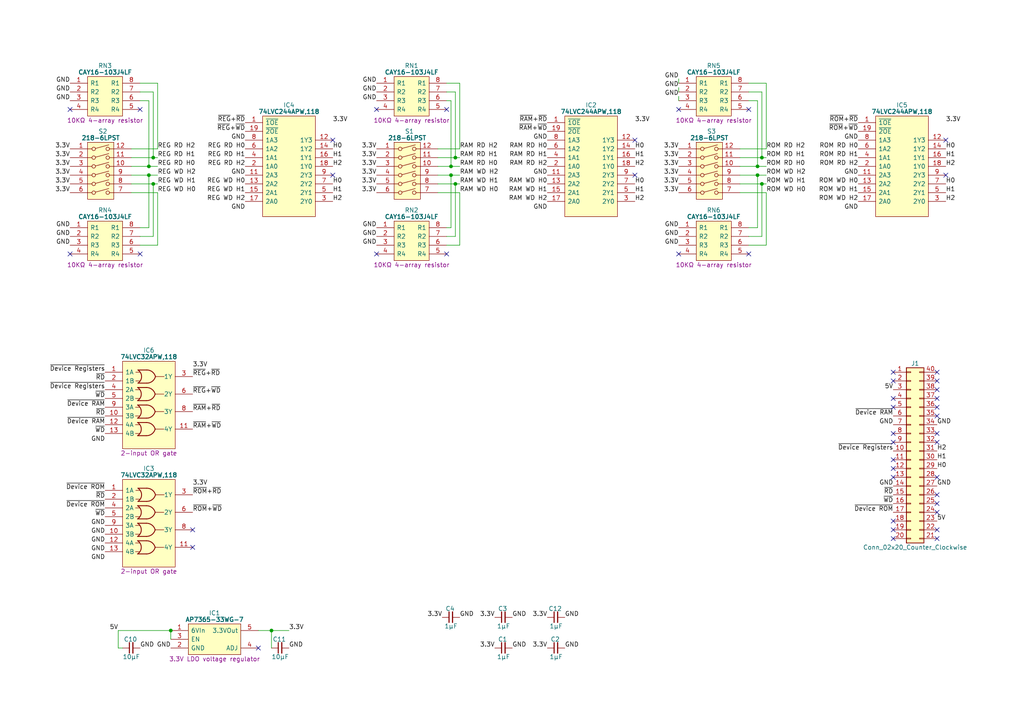
<source format=kicad_sch>
(kicad_sch (version 20231120) (generator "eeschema") (generator_version "8.0")
  (paper "A4")
  (title_block (title "Clock Hold Select") (date "2023-10-07") (rev "V0"))
  (lib_symbols
    (symbol "Bourns:CAY16-103J4LF" (pin_names (offset 0.762))
      (property "Reference" "RN" (at 10.16 5.08 0))
      (property "Value" "CAY16-103J4LF" (at 10.16 3.175 0))
      (property "Description" "10KΩ 4-array resistor" (at 10.16 -10.795 0))
      (symbol "CAY16-103J4LF_0_0"
        (pin passive line (at 0 0 0) (length 5.08) (name "R1") (number "1"))
        (pin passive line (at 0 -2.54 0) (length 5.08) (name "R2") (number "2"))
        (pin passive line (at 0 -5.08 0) (length 5.08) (name "R3") (number "3"))
        (pin passive line (at 0 -7.62 0) (length 5.08) (name "R4") (number "4"))
        (pin passive line (at 20.32 -7.62 180) (length 5.08) (name "R4") (number "5"))
        (pin passive line (at 20.32 -5.08 180) (length 5.08) (name "R3") (number "6"))
        (pin passive line (at 20.32 -2.54 180) (length 5.08) (name "R2") (number "7"))
        (pin passive line (at 20.32 0 180) (length 5.08) (name "R1") (number "8"))
      )
      (symbol "CAY16-103J4LF_0_1"
        (polyline (pts (xy 5.08 1.905) (xy 15.24 1.905) (xy 15.24 -9.525) (xy 5.08 -9.525) (xy 5.08 1.905)) (stroke (width 0.1524)) (fill (type background)))
      )
    )
    (symbol "CTS:218-6LPST" (pin_names (offset 0.762))
      (property "Reference" "S" (at 9.525 5.08 0))
      (property "Value" "218-6LPST" (at 8.89 3.175 0))
      (symbol "218-6LPST_0_0"
        (polyline (pts (xy 7.366 -12.5476) (xy 11.2522 -11.5062)))
        (polyline (pts (xy 7.366 -10.0076) (xy 11.2522 -8.9662)))
        (polyline (pts (xy 7.366 -7.493) (xy 11.2522 -6.4516)))
        (polyline (pts (xy 7.366 -4.953) (xy 11.2522 -3.9116)))
        (polyline (pts (xy 7.366 -2.413) (xy 11.2522 -1.3716)))
        (polyline (pts (xy 7.366 0.127) (xy 11.2522 1.1684)))
        (circle (center 6.858 -12.7) (radius 0.508))
        (circle (center 6.858 -10.16) (radius 0.508))
        (circle (center 6.858 -7.62) (radius 0.508))
        (circle (center 6.858 -5.08) (radius 0.508))
        (circle (center 6.858 -2.54) (radius 0.508))
        (circle (center 6.858 0) (radius 0.508))
        (circle (center 10.922 -12.7) (radius 0.508))
        (circle (center 10.922 -10.16) (radius 0.508))
        (circle (center 10.922 -7.62) (radius 0.508))
        (circle (center 10.922 -5.08) (radius 0.508))
        (circle (center 10.922 -2.54) (radius 0.508))
        (circle (center 10.922 0) (radius 0.508))
      )
      (symbol "218-6LPST_1_0"
        (pin passive line (at 0 0 0) (length 6.35) (name "") (number "1"))
        (pin passive line (at 17.78 -5.08 180) (length 6.35) (name "") (number "10"))
        (pin passive line (at 17.78 -2.54 180) (length 6.35) (name "") (number "11"))
        (pin passive line (at 17.78 0 180) (length 6.35) (name "") (number "12"))
        (pin passive line (at 0 -2.54 0) (length 6.35) (name "") (number "2"))
        (pin passive line (at 0 -5.08 0) (length 6.35) (name "") (number "3"))
        (pin passive line (at 0 -7.62 0) (length 6.35) (name "") (number "4"))
        (pin passive line (at 0 -10.16 0) (length 6.35) (name "") (number "5"))
        (pin passive line (at 0 -12.7 0) (length 6.35) (name "") (number "6"))
        (pin passive line (at 17.78 -12.7 180) (length 6.35) (name "") (number "7"))
        (pin passive line (at 17.78 -10.16 180) (length 6.35) (name "") (number "8"))
        (pin passive line (at 17.78 -7.62 180) (length 6.35) (name "") (number "9"))
      )
      (symbol "218-6LPST_1_1"
        (rectangle (start 5.08 1.905) (end 12.7 -14.605) (fill (type background)))
      )
    )
    (symbol "Connector_Generic:Conn_02x20_Counter_Clockwise" (pin_names (offset 1.016) hide)
      (property "Reference" "J" (at 1.27 25.4 0))
      (property "Value" "Conn_02x20_Counter_Clockwise" (at 1.27 -27.94 0))
      (symbol "Conn_02x20_Counter_Clockwise_1_1"
        (rectangle (start -1.27 -25.273) (end 0 -25.527) (stroke (width 0.1524)))
        (rectangle (start -1.27 -22.733) (end 0 -22.987) (stroke (width 0.1524)))
        (rectangle (start -1.27 -20.193) (end 0 -20.447) (stroke (width 0.1524)))
        (rectangle (start -1.27 -17.653) (end 0 -17.907) (stroke (width 0.1524)))
        (rectangle (start -1.27 -15.113) (end 0 -15.367) (stroke (width 0.1524)))
        (rectangle (start -1.27 -12.573) (end 0 -12.827) (stroke (width 0.1524)))
        (rectangle (start -1.27 -10.033) (end 0 -10.287) (stroke (width 0.1524)))
        (rectangle (start -1.27 -7.493) (end 0 -7.747) (stroke (width 0.1524)))
        (rectangle (start -1.27 -4.953) (end 0 -5.207) (stroke (width 0.1524)))
        (rectangle (start -1.27 -2.413) (end 0 -2.667) (stroke (width 0.1524)))
        (rectangle (start -1.27 0.127) (end 0 -0.127) (stroke (width 0.1524)))
        (rectangle (start -1.27 2.667) (end 0 2.413) (stroke (width 0.1524)))
        (rectangle (start -1.27 5.207) (end 0 4.953) (stroke (width 0.1524)))
        (rectangle (start -1.27 7.747) (end 0 7.493) (stroke (width 0.1524)))
        (rectangle (start -1.27 10.287) (end 0 10.033) (stroke (width 0.1524)))
        (rectangle (start -1.27 12.827) (end 0 12.573) (stroke (width 0.1524)))
        (rectangle (start -1.27 15.367) (end 0 15.113) (stroke (width 0.1524)))
        (rectangle (start -1.27 17.907) (end 0 17.653) (stroke (width 0.1524)))
        (rectangle (start -1.27 20.447) (end 0 20.193) (stroke (width 0.1524)))
        (rectangle (start -1.27 22.987) (end 0 22.733) (stroke (width 0.1524)))
        (rectangle (start -1.27 24.13) (end 3.81 -26.67) (stroke (width 0.254)) (fill (type background)))
        (rectangle (start 3.81 -25.273) (end 2.54 -25.527) (stroke (width 0.1524)))
        (rectangle (start 3.81 -22.733) (end 2.54 -22.987) (stroke (width 0.1524)))
        (rectangle (start 3.81 -20.193) (end 2.54 -20.447) (stroke (width 0.1524)))
        (rectangle (start 3.81 -17.653) (end 2.54 -17.907) (stroke (width 0.1524)))
        (rectangle (start 3.81 -15.113) (end 2.54 -15.367) (stroke (width 0.1524)))
        (rectangle (start 3.81 -12.573) (end 2.54 -12.827) (stroke (width 0.1524)))
        (rectangle (start 3.81 -10.033) (end 2.54 -10.287) (stroke (width 0.1524)))
        (rectangle (start 3.81 -7.493) (end 2.54 -7.747) (stroke (width 0.1524)))
        (rectangle (start 3.81 -4.953) (end 2.54 -5.207) (stroke (width 0.1524)))
        (rectangle (start 3.81 -2.413) (end 2.54 -2.667) (stroke (width 0.1524)))
        (rectangle (start 3.81 0.127) (end 2.54 -0.127) (stroke (width 0.1524)))
        (rectangle (start 3.81 2.667) (end 2.54 2.413) (stroke (width 0.1524)))
        (rectangle (start 3.81 5.207) (end 2.54 4.953) (stroke (width 0.1524)))
        (rectangle (start 3.81 7.747) (end 2.54 7.493) (stroke (width 0.1524)))
        (rectangle (start 3.81 10.287) (end 2.54 10.033) (stroke (width 0.1524)))
        (rectangle (start 3.81 12.827) (end 2.54 12.573) (stroke (width 0.1524)))
        (rectangle (start 3.81 15.367) (end 2.54 15.113) (stroke (width 0.1524)))
        (rectangle (start 3.81 17.907) (end 2.54 17.653) (stroke (width 0.1524)))
        (rectangle (start 3.81 20.447) (end 2.54 20.193) (stroke (width 0.1524)))
        (rectangle (start 3.81 22.987) (end 2.54 22.733) (stroke (width 0.1524)))
        (pin passive line (at -5.08 22.86 0) (length 3.81) (name "Pin_1") (number "1"))
        (pin passive line (at -5.08 0 0) (length 3.81) (name "Pin_10") (number "10"))
        (pin passive line (at -5.08 -2.54 0) (length 3.81) (name "Pin_11") (number "11"))
        (pin passive line (at -5.08 -5.08 0) (length 3.81) (name "Pin_12") (number "12"))
        (pin passive line (at -5.08 -7.62 0) (length 3.81) (name "Pin_13") (number "13"))
        (pin passive line (at -5.08 -10.16 0) (length 3.81) (name "Pin_14") (number "14"))
        (pin passive line (at -5.08 -12.7 0) (length 3.81) (name "Pin_15") (number "15"))
        (pin passive line (at -5.08 -15.24 0) (length 3.81) (name "Pin_16") (number "16"))
        (pin passive line (at -5.08 -17.78 0) (length 3.81) (name "Pin_17") (number "17"))
        (pin passive line (at -5.08 -20.32 0) (length 3.81) (name "Pin_18") (number "18"))
        (pin passive line (at -5.08 -22.86 0) (length 3.81) (name "Pin_19") (number "19"))
        (pin passive line (at -5.08 20.32 0) (length 3.81) (name "Pin_2") (number "2"))
        (pin passive line (at -5.08 -25.4 0) (length 3.81) (name "Pin_20") (number "20"))
        (pin passive line (at 7.62 -25.4 180) (length 3.81) (name "Pin_21") (number "21"))
        (pin passive line (at 7.62 -22.86 180) (length 3.81) (name "Pin_22") (number "22"))
        (pin passive line (at 7.62 -20.32 180) (length 3.81) (name "Pin_23") (number "23"))
        (pin passive line (at 7.62 -17.78 180) (length 3.81) (name "Pin_24") (number "24"))
        (pin passive line (at 7.62 -15.24 180) (length 3.81) (name "Pin_25") (number "25"))
        (pin passive line (at 7.62 -12.7 180) (length 3.81) (name "Pin_26") (number "26"))
        (pin passive line (at 7.62 -10.16 180) (length 3.81) (name "Pin_27") (number "27"))
        (pin passive line (at 7.62 -7.62 180) (length 3.81) (name "Pin_28") (number "28"))
        (pin passive line (at 7.62 -5.08 180) (length 3.81) (name "Pin_29") (number "29"))
        (pin passive line (at -5.08 17.78 0) (length 3.81) (name "Pin_3") (number "3"))
        (pin passive line (at 7.62 -2.54 180) (length 3.81) (name "Pin_30") (number "30"))
        (pin passive line (at 7.62 0 180) (length 3.81) (name "Pin_31") (number "31"))
        (pin passive line (at 7.62 2.54 180) (length 3.81) (name "Pin_32") (number "32"))
        (pin passive line (at 7.62 5.08 180) (length 3.81) (name "Pin_33") (number "33"))
        (pin passive line (at 7.62 7.62 180) (length 3.81) (name "Pin_34") (number "34"))
        (pin passive line (at 7.62 10.16 180) (length 3.81) (name "Pin_35") (number "35"))
        (pin passive line (at 7.62 12.7 180) (length 3.81) (name "Pin_36") (number "36"))
        (pin passive line (at 7.62 15.24 180) (length 3.81) (name "Pin_37") (number "37"))
        (pin passive line (at 7.62 17.78 180) (length 3.81) (name "Pin_38") (number "38"))
        (pin passive line (at 7.62 20.32 180) (length 3.81) (name "Pin_39") (number "39"))
        (pin passive line (at -5.08 15.24 0) (length 3.81) (name "Pin_4") (number "4"))
        (pin passive line (at 7.62 22.86 180) (length 3.81) (name "Pin_40") (number "40"))
        (pin passive line (at -5.08 12.7 0) (length 3.81) (name "Pin_5") (number "5"))
        (pin passive line (at -5.08 10.16 0) (length 3.81) (name "Pin_6") (number "6"))
        (pin passive line (at -5.08 7.62 0) (length 3.81) (name "Pin_7") (number "7"))
        (pin passive line (at -5.08 5.08 0) (length 3.81) (name "Pin_8") (number "8"))
        (pin passive line (at -5.08 2.54 0) (length 3.81) (name "Pin_9") (number "9"))
      )
    )
    (symbol "Diodes_Inc:AP7365-33WG-7" (pin_names (offset 0.762))
      (property "Reference" "IC" (at 12.7 5.08 0))
      (property "Value" "AP7365-33WG-7" (at 12.7 3.175 0))
      (property "Description" "3.3V LDO voltage regulator" (at 12.7 -8.255 0))
      (symbol "AP7365-33WG-7_0_0"
        (pin passive line (at 0 -5.08 0) (length 5.08) (name "GND") (number "2"))
        (pin input line (at 0 -2.54 0) (length 5.08) (name "EN") (number "3"))
        (pin passive line (at 25.4 -5.08 180) (length 5.08) (name "ADJ") (number "4"))
      )
      (symbol "AP7365-33WG-7_0_1"
        (polyline (pts (xy 5.08 1.905) (xy 20.32 1.905) (xy 20.32 -6.985) (xy 5.08 -6.985) (xy 5.08 1.905)) (fill (type background)))
      )
      (symbol "AP7365-33WG-7_1_0"
        (pin passive line (at 0 0 0) (length 5.08) (name "6VIn") (number "1"))
        (pin passive line (at 25.4 0 180) (length 5.08) (name "3.3VOut") (number "5"))
      )
    )
    (symbol "HCP65:C_0805" (pin_numbers hide) (pin_names (offset 0.254) hide)
      (property "Reference" "C" (at 2.286 2.54 0))
      (property "Value" "?μF" (at 2.54 -2.54 0))
      (symbol "C_0805_0_1"
        (polyline (pts (xy 1.9685 -1.4605) (xy 1.9685 1.5875)) (stroke (width 0.3048)))
        (polyline (pts (xy 2.9845 -1.4605) (xy 2.9845 1.5875)) (stroke (width 0.3302)))
      )
      (symbol "C_0805_1_1"
        (pin passive line (at 0 0 0) (length 2.032) (name "~") (number "1"))
        (pin passive line (at 5.08 0 180) (length 2.032) (name "~") (number "2"))
      )
    )
    (symbol "Nexperia:74LVC244APW,118" (pin_names (offset 0.762))
      (property "Reference" "IC" (at 12.7 5.08 0))
      (property "Value" "74LVC244APW,118" (at 12.7 3.175 0))
      (symbol "74LVC244APW,118_0_0"
        (pin input line (at 0 0 0) (length 5.08) (name "~{1OE}") (number "1"))
        (pin input line (at 0 -15.24 0) (length 5.08) (name "2A3") (number "11"))
        (pin tri_state line (at 25.4 -5.08 180) (length 5.08) (name "1Y3") (number "12"))
        (pin input line (at 0 -17.78 0) (length 5.08) (name "2A2") (number "13"))
        (pin tri_state line (at 25.4 -7.62 180) (length 5.08) (name "1Y2") (number "14"))
        (pin input line (at 0 -20.32 0) (length 5.08) (name "2A1") (number "15"))
        (pin tri_state line (at 25.4 -10.16 180) (length 5.08) (name "1Y1") (number "16"))
        (pin input line (at 0 -22.86 0) (length 5.08) (name "2A0") (number "17"))
        (pin tri_state line (at 25.4 -12.7 180) (length 5.08) (name "1Y0") (number "18"))
        (pin input line (at 0 -2.54 0) (length 5.08) (name "~{2OE}") (number "19"))
        (pin input line (at 0 -12.7 0) (length 5.08) (name "1A0") (number "2"))
        (pin tri_state line (at 25.4 -22.86 180) (length 5.08) (name "2Y0") (number "3"))
        (pin input line (at 0 -10.16 0) (length 5.08) (name "1A1") (number "4"))
        (pin tri_state line (at 25.4 -20.32 180) (length 5.08) (name "2Y1") (number "5"))
        (pin input line (at 0 -7.62 0) (length 5.08) (name "1A2") (number "6"))
        (pin tri_state line (at 25.4 -17.78 180) (length 5.08) (name "2Y2") (number "7"))
        (pin input line (at 0 -5.08 0) (length 5.08) (name "1A3") (number "8"))
        (pin tri_state line (at 25.4 -15.24 180) (length 5.08) (name "2Y3") (number "9"))
      )
      (symbol "74LVC244APW,118_0_1"
        (polyline (pts (xy 5.08 1.905) (xy 20.32 1.905) (xy 20.32 -27.305) (xy 5.08 -27.305) (xy 5.08 1.905)) (stroke (width 0.1524)) (fill (type background)))
      )
      (symbol "74LVC244APW,118_1_0"
        (pin passive line (at 0 -25.4 0) (length 5.08) hide (name "GND") (number "10"))
        (pin passive line (at 25.4 0 180) (length 5.08) hide (name "3V") (number "20"))
      )
    )
    (symbol "Nexperia:74LVC32APW,118" (pin_names (offset 0.762))
      (property "Reference" "IC" (at 12.7 6.35 0))
      (property "Value" "74LVC32APW,118" (at 12.7 4.445 0))
      (property "Description" "2-input OR gate" (at 12.7 -23.495 0))
      (symbol "74LVC32APW,118_0_0"
        (pin passive line (at 0 0 0) (length 5.08) (name "1A") (number "1"))
        (pin passive line (at 0 -12.7 0) (length 5.08) (name "3B") (number "10"))
        (pin passive line (at 25.4 -16.51 180) (length 5.08) (name "4Y") (number "11"))
        (pin passive line (at 0 -15.24 0) (length 5.08) (name "4A") (number "12"))
        (pin passive line (at 0 -17.78 0) (length 5.08) (name "4B") (number "13"))
        (pin passive line (at 25.4 1.27 180) (length 5.08) hide (name "3V") (number "14"))
        (pin passive line (at 0 -2.54 0) (length 5.08) (name "1B") (number "2"))
        (pin passive line (at 25.4 -1.27 180) (length 5.08) (name "1Y") (number "3"))
        (pin passive line (at 0 -5.08 0) (length 5.08) (name "2A") (number "4"))
        (pin passive line (at 0 -7.62 0) (length 5.08) (name "2B") (number "5"))
        (pin passive line (at 25.4 -6.35 180) (length 5.08) (name "2Y") (number "6"))
        (pin passive line (at 0 -20.32 0) (length 5.08) hide (name "GND") (number "7"))
        (pin passive line (at 25.4 -11.43 180) (length 5.08) (name "3Y") (number "8"))
        (pin passive line (at 0 -10.16 0) (length 5.08) (name "3A") (number "9"))
      )
      (symbol "74LVC32APW,118_0_1"
        (polyline (pts (xy 8.802 -17.78) (xy 10.0719 -17.78)))
        (polyline (pts (xy 8.802 -15.24) (xy 10.0719 -15.24)))
        (polyline (pts (xy 8.802 -12.7) (xy 10.0719 -12.7)))
        (polyline (pts (xy 8.802 -10.16) (xy 10.0719 -10.16)))
        (polyline (pts (xy 8.802 -7.62) (xy 10.0719 -7.62)))
        (polyline (pts (xy 8.802 -5.08) (xy 10.0719 -5.08)))
        (polyline (pts (xy 8.89 -2.54) (xy 10.1599 -2.54)))
        (polyline (pts (xy 8.89 0) (xy 10.1599 0)))
        (polyline (pts (xy 11.977 -18.415) (xy 9.437 -18.415)) (stroke (width 0.254)) (fill (type background)))
        (polyline (pts (xy 11.977 -14.605) (xy 9.437 -14.605)) (stroke (width 0.254)) (fill (type background)))
        (polyline (pts (xy 11.977 -13.335) (xy 9.437 -13.335)) (stroke (width 0.254)) (fill (type background)))
        (polyline (pts (xy 11.977 -9.525) (xy 9.437 -9.525)) (stroke (width 0.254)) (fill (type background)))
        (polyline (pts (xy 11.977 -8.255) (xy 9.437 -8.255)) (stroke (width 0.254)) (fill (type background)))
        (polyline (pts (xy 11.977 -4.445) (xy 9.437 -4.445)) (stroke (width 0.254)) (fill (type background)))
        (polyline (pts (xy 12.065 -3.175) (xy 9.525 -3.175)) (stroke (width 0.254)) (fill (type background)))
        (polyline (pts (xy 12.065 0.635) (xy 9.525 0.635)) (stroke (width 0.254)) (fill (type background)))
        (polyline (pts (xy 14.517 -16.51) (xy 17.057 -16.51)))
        (polyline (pts (xy 14.517 -11.43) (xy 17.057 -11.43)))
        (polyline (pts (xy 14.517 -6.35) (xy 17.057 -6.35)))
        (polyline (pts (xy 14.605 -1.27) (xy 17.145 -1.27)))
        (polyline (pts (xy 5.08 3.175) (xy 20.32 3.175) (xy 20.32 -22.225) (xy 5.08 -22.225) (xy 5.08 3.175)) (stroke (width 0.1524)) (fill (type background)))
        (arc (start 9.437 -18.415) (mid 10.4969 -16.51) (end 9.437 -14.605) (stroke (width 0.254)))
        (arc (start 9.437 -13.335) (mid 10.4969 -11.43) (end 9.437 -9.525) (stroke (width 0.254)))
        (arc (start 9.437 -8.255) (mid 10.4969 -6.35) (end 9.437 -4.445) (stroke (width 0.254)))
        (arc (start 9.525 -3.175) (mid 10.5848 -1.27) (end 9.525 0.635) (stroke (width 0.254)))
        (arc (start 11.977 -18.415) (mid 13.5751 -17.9001) (end 14.517 -16.51) (stroke (width 0.254)))
        (arc (start 11.977 -13.335) (mid 13.5751 -12.8201) (end 14.517 -11.43) (stroke (width 0.254)))
        (arc (start 11.977 -8.255) (mid 13.5751 -7.7401) (end 14.517 -6.35) (stroke (width 0.254)))
        (arc (start 12.065 -3.175) (mid 13.6633 -2.6602) (end 14.605 -1.27) (stroke (width 0.254)))
        (arc (start 14.517 -16.51) (mid 13.5761 -15.1187) (end 11.977 -14.605) (stroke (width 0.254)))
        (arc (start 14.517 -11.43) (mid 13.5761 -10.0387) (end 11.977 -9.525) (stroke (width 0.254)))
        (arc (start 14.517 -6.35) (mid 13.5761 -4.9587) (end 11.977 -4.445) (stroke (width 0.254)))
        (arc (start 14.605 -1.27) (mid 13.664 0.1212) (end 12.065 0.635) (stroke (width 0.254)))
      )
    )
  )
  (junction (at 219.71 48.26))
  (junction (at 130.81 48.26))
  (junction (at 49.53 182.88))
  (junction (at 132.08 45.72))
  (junction (at 130.81 50.8))
  (junction (at 219.71 50.8))
  (junction (at 220.98 53.34))
  (junction (at 220.98 45.72))
  (junction (at 44.45 45.72))
  (junction (at 43.18 50.8))
  (junction (at 44.45 53.34))
  (junction (at 132.08 53.34))
  (junction (at 78.74 182.88))
  (junction (at 43.18 48.26))
  (no_connect (at 259.08 135.89))
  (no_connect (at 259.08 110.49))
  (no_connect (at 271.78 156.21))
  (no_connect (at 271.78 143.51))
  (no_connect (at 259.08 151.13))
  (no_connect (at 271.78 148.59))
  (no_connect (at 55.88 153.67))
  (no_connect (at 274.32 50.8))
  (no_connect (at 271.78 113.03))
  (no_connect (at 74.93 187.96))
  (no_connect (at 271.78 120.65))
  (no_connect (at 217.17 73.66))
  (no_connect (at 109.22 73.66))
  (no_connect (at 271.78 118.11))
  (no_connect (at 129.54 73.66))
  (no_connect (at 129.54 31.75))
  (no_connect (at 217.17 31.75))
  (no_connect (at 259.08 107.95))
  (no_connect (at 196.85 73.66))
  (no_connect (at 109.22 31.75))
  (no_connect (at 96.52 40.64))
  (no_connect (at 259.08 156.21))
  (no_connect (at 55.88 158.75))
  (no_connect (at 40.64 73.66))
  (no_connect (at 259.08 115.57))
  (no_connect (at 271.78 125.73))
  (no_connect (at 20.32 73.66))
  (no_connect (at 259.08 118.11))
  (no_connect (at 271.78 110.49))
  (no_connect (at 259.08 138.43))
  (no_connect (at 259.08 125.73))
  (no_connect (at 259.08 133.35))
  (no_connect (at 271.78 138.43))
  (no_connect (at 196.85 31.75))
  (no_connect (at 259.08 153.67))
  (no_connect (at 40.64 31.75))
  (no_connect (at 271.78 146.05))
  (no_connect (at 20.32 31.75))
  (no_connect (at 184.15 50.8))
  (no_connect (at 96.52 50.8))
  (no_connect (at 271.78 115.57))
  (no_connect (at 259.08 128.27))
  (no_connect (at 271.78 153.67))
  (no_connect (at 271.78 107.95))
  (no_connect (at 271.78 128.27))
  (no_connect (at 274.32 40.64))
  (no_connect (at 184.15 40.64))
  (wire (pts (xy 40.64 24.13) (xy 45.72 24.13)))
  (wire (pts (xy 219.71 48.26) (xy 222.25 48.26)))
  (wire (pts (xy 132.08 45.72) (xy 133.35 45.72)))
  (wire (pts (xy 217.17 66.04) (xy 219.71 66.04)))
  (wire (pts (xy 43.18 29.21) (xy 43.18 48.26)))
  (wire (pts (xy 196.85 26.67) (xy 196.85 25.4)))
  (wire (pts (xy 38.1 55.88) (xy 45.72 55.88)))
  (wire (pts (xy 214.63 43.18) (xy 222.25 43.18)))
  (wire (pts (xy 38.1 53.34) (xy 44.45 53.34)))
  (wire (pts (xy 220.98 26.67) (xy 220.98 45.72)))
  (wire (pts (xy 40.64 71.12) (xy 45.72 71.12)))
  (wire (pts (xy 127 45.72) (xy 132.08 45.72)))
  (wire (pts (xy 127 53.34) (xy 132.08 53.34)))
  (wire (pts (xy 214.63 50.8) (xy 219.71 50.8)))
  (wire (pts (xy 45.72 55.88) (xy 45.72 71.12)))
  (wire (pts (xy 78.74 187.96) (xy 78.74 182.88)))
  (wire (pts (xy 219.71 50.8) (xy 219.71 66.04)))
  (wire (pts (xy 214.63 55.88) (xy 222.25 55.88)))
  (wire (pts (xy 132.08 53.34) (xy 133.35 53.34)))
  (wire (pts (xy 130.81 48.26) (xy 127 48.26)))
  (wire (pts (xy 214.63 45.72) (xy 220.98 45.72)))
  (wire (pts (xy 130.81 50.8) (xy 133.35 50.8)))
  (wire (pts (xy 129.54 26.67) (xy 132.08 26.67)))
  (wire (pts (xy 217.17 24.13) (xy 222.25 24.13)))
  (wire (pts (xy 127 43.18) (xy 133.35 43.18)))
  (wire (pts (xy 129.54 24.13) (xy 133.35 24.13)))
  (wire (pts (xy 34.29 182.88) (xy 49.53 182.88)))
  (wire (pts (xy 130.81 48.26) (xy 133.35 48.26)))
  (wire (pts (xy 220.98 53.34) (xy 222.25 53.34)))
  (wire (pts (xy 214.63 53.34) (xy 220.98 53.34)))
  (wire (pts (xy 40.64 29.21) (xy 43.18 29.21)))
  (wire (pts (xy 45.72 24.13) (xy 45.72 43.18)))
  (wire (pts (xy 219.71 29.21) (xy 219.71 48.26)))
  (wire (pts (xy 219.71 48.26) (xy 214.63 48.26)))
  (wire (pts (xy 129.54 71.12) (xy 133.35 71.12)))
  (wire (pts (xy 49.53 182.88) (xy 49.53 185.42)))
  (wire (pts (xy 127 50.8) (xy 130.81 50.8)))
  (wire (pts (xy 220.98 53.34) (xy 220.98 68.58)))
  (wire (pts (xy 43.18 48.26) (xy 38.1 48.26)))
  (wire (pts (xy 44.45 53.34) (xy 44.45 68.58)))
  (wire (pts (xy 43.18 48.26) (xy 45.72 48.26)))
  (wire (pts (xy 132.08 26.67) (xy 132.08 45.72)))
  (wire (pts (xy 130.81 29.21) (xy 130.81 48.26)))
  (wire (pts (xy 217.17 71.12) (xy 222.25 71.12)))
  (wire (pts (xy 133.35 24.13) (xy 133.35 43.18)))
  (wire (pts (xy 130.81 50.8) (xy 130.81 66.04)))
  (wire (pts (xy 132.08 53.34) (xy 132.08 68.58)))
  (wire (pts (xy 220.98 45.72) (xy 222.25 45.72)))
  (wire (pts (xy 74.93 182.88) (xy 78.74 182.88)))
  (wire (pts (xy 222.25 55.88) (xy 222.25 71.12)))
  (wire (pts (xy 219.71 50.8) (xy 222.25 50.8)))
  (wire (pts (xy 38.1 45.72) (xy 44.45 45.72)))
  (wire (pts (xy 43.18 50.8) (xy 43.18 66.04)))
  (wire (pts (xy 40.64 26.67) (xy 44.45 26.67)))
  (wire (pts (xy 217.17 29.21) (xy 219.71 29.21)))
  (wire (pts (xy 129.54 66.04) (xy 130.81 66.04)))
  (wire (pts (xy 222.25 24.13) (xy 222.25 43.18)))
  (wire (pts (xy 38.1 50.8) (xy 43.18 50.8)))
  (wire (pts (xy 129.54 68.58) (xy 132.08 68.58)))
  (wire (pts (xy 40.64 68.58) (xy 44.45 68.58)))
  (wire (pts (xy 40.64 66.04) (xy 43.18 66.04)))
  (wire (pts (xy 133.35 55.88) (xy 133.35 71.12)))
  (wire (pts (xy 34.29 182.88) (xy 34.29 187.96)))
  (wire (pts (xy 44.45 53.34) (xy 45.72 53.34)))
  (wire (pts (xy 129.54 29.21) (xy 130.81 29.21)))
  (wire (pts (xy 43.18 50.8) (xy 45.72 50.8)))
  (wire (pts (xy 38.1 43.18) (xy 45.72 43.18)))
  (wire (pts (xy 44.45 26.67) (xy 44.45 45.72)))
  (wire (pts (xy 44.45 45.72) (xy 45.72 45.72)))
  (wire (pts (xy 217.17 68.58) (xy 220.98 68.58)))
  (wire (pts (xy 34.29 187.96) (xy 35.56 187.96)))
  (wire (pts (xy 217.17 26.67) (xy 220.98 26.67)))
  (wire (pts (xy 127 55.88) (xy 133.35 55.88)))
  (wire (pts (xy 196.85 29.21) (xy 196.85 27.94)))
  (wire (pts (xy 78.74 182.88) (xy 83.82 182.88)))
  (wire (pts (xy 196.85 24.13) (xy 196.85 22.86)))
  (label "~{RAM}+~{RD}" (at 55.88 119.38 0))
  (label "RAM WD H1" (at 158.75 55.88 180))
  (label "3.3V" (at 96.52 35.56 0))
  (label "H0" (at 274.32 43.18 0))
  (label "GND" (at 30.48 162.56 180))
  (label "REG RD H1" (at 71.12 45.72 180))
  (label "~{REG}+~{WD}" (at 71.12 38.1 180))
  (label "GND" (at 30.48 157.48 180))
  (label "RAM RD H2" (at 158.75 48.26 180))
  (label "GND" (at 20.32 26.67 180))
  (label "GND" (at 148.59 187.96 0))
  (label "ROM WD H0" (at 222.25 55.88 0))
  (label "ROM WD H1" (at 248.92 55.88 180))
  (label "GND" (at 30.48 128.27 180))
  (label "5V" (at 271.78 151.13 0))
  (label "RAM RD H1" (at 133.35 45.72 0))
  (label "H0" (at 184.15 43.18 0))
  (label "ROM RD H0" (at 222.25 48.26 0))
  (label "3.3V" (at 20.32 55.88 180))
  (label "H1" (at 184.15 45.72 0))
  (label "~{RAM}+~{WD}" (at 158.75 38.1 180))
  (label "GND" (at 196.85 27.94 180))
  (label "GND" (at 83.82 187.96 0))
  (label "~{RD}" (at 30.48 120.65 180))
  (label "GND" (at 71.12 60.96 180))
  (label "GND" (at 20.32 71.12 180))
  (label "REG RD H1" (at 45.72 45.72 0))
  (label "3.3V" (at 20.32 53.34 180))
  (label "GND" (at 248.92 60.96 180))
  (label "RAM RD H0" (at 133.35 48.26 0))
  (label "GND" (at 196.85 68.58 180))
  (label "~{REG}+~{RD}" (at 71.12 35.56 180))
  (label "H2" (at 274.32 48.26 0))
  (label "REG WD H0" (at 45.72 55.88 0))
  (label "H1" (at 271.78 133.35 0))
  (label "RAM RD H0" (at 158.75 43.18 180))
  (label "H1" (at 274.32 45.72 0))
  (label "ROM RD H0" (at 248.92 43.18 180))
  (label "~{RD}" (at 30.48 144.78 180))
  (label "H2" (at 184.15 48.26 0))
  (label "GND" (at 40.64 187.96 0))
  (label "5V" (at 34.29 182.88 180))
  (label "~{Device ROM}" (at 259.08 148.59 180))
  (label "3.3V" (at 143.51 179.07 180))
  (label "GND" (at 109.22 71.12 180))
  (label "3.3V" (at 196.85 48.26 180))
  (label "~{Device Registers}" (at 30.48 113.03 180))
  (label "~{Device ROM}" (at 30.48 147.32 180))
  (label "GND" (at 259.08 140.97 180))
  (label "ROM RD H1" (at 222.25 45.72 0))
  (label "GND" (at 109.22 66.04 180))
  (label "ROM WD H2" (at 248.92 58.42 180))
  (label "GND" (at 158.75 40.64 180))
  (label "ROM WD H1" (at 222.25 53.34 0))
  (label "5V" (at 259.08 113.03 180))
  (label "H0" (at 96.52 43.18 0))
  (label "~{Device RAM}" (at 30.48 123.19 180))
  (label "REG RD H0" (at 71.12 43.18 180))
  (label "GND" (at 20.32 66.04 180))
  (label "~{WD}" (at 30.48 149.86 180))
  (label "GND" (at 148.59 179.07 0))
  (label "3.3V" (at 274.32 35.56 0))
  (label "3.3V" (at 184.15 35.56 0))
  (label "ROM WD H2" (at 222.25 50.8 0))
  (label "~{WD}" (at 30.48 115.57 180))
  (label "3.3V" (at 109.22 50.8 180))
  (label "GND" (at 49.53 187.96 180))
  (label "3.3V" (at 158.75 187.96 180))
  (label "GND" (at 20.32 24.13 180))
  (label "ROM RD H2" (at 222.25 43.18 0))
  (label "~{Device RAM}" (at 259.08 120.65 180))
  (label "ROM WD H0" (at 248.92 53.34 180))
  (label "~{ROM}+~{RD}" (at 55.88 143.51 0))
  (label "GND" (at 163.83 179.07 0))
  (label "GND" (at 71.12 50.8 180))
  (label "GND" (at 109.22 26.67 180))
  (label "~{RD}" (at 259.08 143.51 180))
  (label "GND" (at 248.92 40.64 180))
  (label "~{RAM}+~{RD}" (at 158.75 35.56 180))
  (label "3.3V" (at 196.85 50.8 180))
  (label "3.3V" (at 109.22 53.34 180))
  (label "ROM RD H1" (at 248.92 45.72 180))
  (label "GND" (at 30.48 154.94 180))
  (label "GND" (at 259.08 123.19 180))
  (label "3.3V" (at 20.32 45.72 180))
  (label "RAM WD H2" (at 158.75 58.42 180))
  (label "GND" (at 20.32 29.21 180))
  (label "H0" (at 184.15 53.34 0))
  (label "RAM WD H0" (at 133.35 55.88 0))
  (label "3.3V" (at 20.32 48.26 180))
  (label "H2" (at 271.78 130.81 0))
  (label "3.3V" (at 109.22 45.72 180))
  (label "~{Device ROM}" (at 30.48 142.24 180))
  (label "3.3V" (at 109.22 55.88 180))
  (label "3.3V" (at 196.85 43.18 180))
  (label "H0" (at 271.78 135.89 0))
  (label "3.3V" (at 128.27 179.07 180))
  (label "~{Device RAM}" (at 30.48 118.11 180))
  (label "RAM RD H2" (at 133.35 43.18 0))
  (label "H0" (at 96.52 53.34 0))
  (label "GND" (at 271.78 123.19 0))
  (label "GND" (at 248.92 50.8 180))
  (label "GND" (at 158.75 50.8 180))
  (label "~{WD}" (at 259.08 146.05 180))
  (label "~{ROM}+~{WD}" (at 248.92 38.1 180))
  (label "GND" (at 196.85 71.12 180))
  (label "H2" (at 274.32 58.42 0))
  (label "3.3V" (at 196.85 55.88 180))
  (label "GND" (at 30.48 152.4 180))
  (label "3.3V" (at 109.22 43.18 180))
  (label "GND" (at 196.85 25.4 180))
  (label "RAM WD H0" (at 158.75 53.34 180))
  (label "3.3V" (at 55.88 140.97 0))
  (label "H0" (at 274.32 53.34 0))
  (label "~{RD}" (at 30.48 110.49 180))
  (label "REG RD H0" (at 45.72 48.26 0))
  (label "H2" (at 96.52 48.26 0))
  (label "RAM RD H1" (at 158.75 45.72 180))
  (label "3.3V" (at 143.51 187.96 180))
  (label "GND" (at 109.22 24.13 180))
  (label "3.3V" (at 158.75 179.07 180))
  (label "REG WD H2" (at 45.72 50.8 0))
  (label "3.3V" (at 83.82 182.88 0))
  (label "~{ROM}+~{WD}" (at 55.88 148.59 0))
  (label "ROM RD H2" (at 248.92 48.26 180))
  (label "~{Device Registers}" (at 30.48 107.95 180))
  (label "~{ROM}+~{RD}" (at 248.92 35.56 180))
  (label "3.3V" (at 196.85 53.34 180))
  (label "H2" (at 96.52 58.42 0))
  (label "3.3V" (at 20.32 50.8 180))
  (label "H2" (at 184.15 58.42 0))
  (label "H1" (at 96.52 55.88 0))
  (label "~{RAM}+~{WD}" (at 55.88 124.46 0))
  (label "GND" (at 109.22 29.21 180))
  (label "~{REG}+~{RD}" (at 55.88 109.22 0))
  (label "GND" (at 109.22 68.58 180))
  (label "GND" (at 158.75 60.96 180))
  (label "REG RD H2" (at 71.12 48.26 180))
  (label "GND" (at 196.85 66.04 180))
  (label "~{WD}" (at 30.48 125.73 180))
  (label "GND" (at 271.78 140.97 0))
  (label "3.3V" (at 55.88 106.68 0))
  (label "~{REG}+~{WD}" (at 55.88 114.3 0))
  (label "3.3V" (at 196.85 45.72 180))
  (label "GND" (at 20.32 68.58 180))
  (label "H1" (at 184.15 55.88 0))
  (label "REG WD H2" (at 71.12 58.42 180))
  (label "H1" (at 96.52 45.72 0))
  (label "RAM WD H2" (at 133.35 50.8 0))
  (label "GND" (at 133.35 179.07 0))
  (label "REG RD H2" (at 45.72 43.18 0))
  (label "REG WD H1" (at 71.12 55.88 180))
  (label "~{Device Registers}" (at 259.08 130.81 180))
  (label "GND" (at 30.48 160.02 180))
  (label "REG WD H1" (at 45.72 53.34 0))
  (label "GND" (at 71.12 40.64 180))
  (label "3.3V" (at 20.32 43.18 180))
  (label "RAM WD H1" (at 133.35 53.34 0))
  (label "GND" (at 163.83 187.96 0))
  (label "3.3V" (at 109.22 48.26 180))
  (label "GND" (at 196.85 22.86 180))
  (label "H1" (at 274.32 55.88 0))
  (label "REG WD H0" (at 71.12 53.34 180))
  (symbol (lib_id "CTS:218-6LPST") (at 20.32 43.18 0) (unit 1)
    (property "Reference" "S2" (at 29.845 38.1 0))
    (property "Value" "218-6LPST" (at 29.21 40.005 0) (effects (font (bold yes))))
    (property "Footprint" "SamacSys_Parts:SOIC127P844X265-12N" (effects (hide yes)))
    (property "Datasheet" "https://www.ctscorp.com/wp-content/uploads/218.pdf" (effects (hide yes)))
    (property "Description" "Half Pitch, SMD DIP Switch" (effects (hide yes)))
    (property "Height" "2.65" (effects (hide yes)))
    (property "Manufacturer_Name" "CTS" (effects (hide yes)))
    (property "Manufacturer_Part_Number" "218-6LPST" (effects (hide yes)))
    (property "Mouser Part Number" "774-2186LPST" (effects (hide yes)))
    (property "Mouser Price/Stock" "https://www.mouser.co.uk/ProductDetail/CTS-Electronic-Components/218-6LPST?qs=qNzHFtQhdJ%2FrWBM2PHyKnQ%3D%3D" (effects (hide yes)))
    (property "Silkscreen" "218-6LPST" (effects (hide yes)))
    (property "Garbage" "Half Pitch, SMD DIP Switch" (effects (hide yes)))
  )
  (symbol (lib_id "Nexperia:74LVC244APW,118") (at 158.75 35.56 0) (unit 1)
    (property "Reference" "IC2" (at 171.45 30.48 0))
    (property "Value" "74LVC244APW,118" (at 171.45 32.385 0) (effects (font (bold yes))))
    (property "Footprint" "SamacSys_Parts:SOP65P640X110-20N" (effects (hide yes)))
    (property "Datasheet" "https://assets.nexperia.com/documents/data-sheet/74LVC_LVCH244A.pdf" (effects (hide yes)))
    (property "Description" "74LVC(H)244A - Octal buffer/line driver; 3-state@en-us" (effects (hide yes)))
    (property "Height" "1.1" (effects (hide yes)))
    (property "Manufacturer_Name" "Nexperia" (effects (hide yes)))
    (property "Manufacturer_Part_Number" "74LVC244APW,118" (effects (hide yes)))
    (property "Mouser Part Number" "771-74LVC244APW-T" (effects (hide yes)))
    (property "Mouser Price/Stock" "https://www.mouser.co.uk/ProductDetail/Nexperia/74LVC244APW118?qs=me8TqzrmIYXA4kTVlk0VcA%3D%3D" (effects (hide yes)))
    (property "Silkscreen" "74LVC244" (effects (hide yes)))
    (property "Garbage" "74LVC(H)244A - Octal buffer/line driver; 3-state@en-us" (effects (hide yes)))
  )
  (symbol (lib_id "HCP65:C_0805") (at 158.75 179.07 0) (unit 1)
    (property "Reference" "C12" (at 161.036 176.53 0))
    (property "Value" "1μF" (at 161.29 181.61 0))
    (property "Footprint" "SamacSys_Parts:C_0805" (effects (hide yes)))
  )
  (symbol (lib_id "Connector_Generic:Conn_02x20_Counter_Clockwise") (at 264.16 130.81 0) (unit 1)
    (property "Reference" "J1" (at 265.43 105.41 0))
    (property "Value" "Conn_02x20_Counter_Clockwise" (at 265.43 158.75 0))
    (property "Footprint" "SamacSys_Parts:DIP-40_Board_W22.86mm" (effects (hide yes)))
    (property "Description" "Generic connector, double row, 02x20, counter clockwise pin numbering scheme (similar to DIP package numbering), script generated (kicad-library-utils/schlib/autogen/connector/)" (effects (hide yes)))
  )
  (symbol (lib_id "Nexperia:74LVC32APW,118") (at 30.48 142.24 0) (unit 1)
    (property "Reference" "IC3" (at 43.18 135.89 0))
    (property "Value" "74LVC32APW,118" (at 43.18 137.795 0) (effects (font (bold yes))))
    (property "Footprint" "SamacSys_Parts:SOP65P640X110-14N" (effects (hide yes)))
    (property "Datasheet" "https://assets.nexperia.com/documents/data-sheet/74LVC32A.pdf" (effects (hide yes)))
    (property "Description" "2-input OR gate" (at 43.18 165.735 0))
    (property "Height" "1.1" (effects (hide yes)))
    (property "Manufacturer_Name" "Nexperia" (effects (hide yes)))
    (property "Manufacturer_Part_Number" "74LVC32APW,118" (effects (hide yes)))
    (property "Mouser Part Number" "771-74LVC32APW-T" (effects (hide yes)))
    (property "Mouser Price/Stock" "https://www.mouser.com/Search/Refine.aspx?Keyword=771-74LVC32APW-T" (effects (hide yes)))
    (property "Silkscreen" "74LVC32" (effects (hide yes)))
  )
  (symbol (lib_id "Nexperia:74LVC244APW,118") (at 71.12 35.56 0) (unit 1)
    (property "Reference" "IC4" (at 83.82 30.48 0))
    (property "Value" "74LVC244APW,118" (at 83.82 32.385 0) (effects (font (bold yes))))
    (property "Footprint" "SamacSys_Parts:SOP65P640X110-20N" (effects (hide yes)))
    (property "Datasheet" "https://assets.nexperia.com/documents/data-sheet/74LVC_LVCH244A.pdf" (effects (hide yes)))
    (property "Description" "74LVC(H)244A - Octal buffer/line driver; 3-state@en-us" (effects (hide yes)))
    (property "Height" "1.1" (effects (hide yes)))
    (property "Manufacturer_Name" "Nexperia" (effects (hide yes)))
    (property "Manufacturer_Part_Number" "74LVC244APW,118" (effects (hide yes)))
    (property "Mouser Part Number" "771-74LVC244APW-T" (effects (hide yes)))
    (property "Mouser Price/Stock" "https://www.mouser.co.uk/ProductDetail/Nexperia/74LVC244APW118?qs=me8TqzrmIYXA4kTVlk0VcA%3D%3D" (effects (hide yes)))
    (property "Silkscreen" "74LVC244" (effects (hide yes)))
    (property "Garbage" "74LVC(H)244A - Octal buffer/line driver; 3-state@en-us" (effects (hide yes)))
  )
  (symbol (lib_id "Nexperia:74LVC244APW,118") (at 248.92 35.56 0) (unit 1)
    (property "Reference" "IC5" (at 261.62 30.48 0))
    (property "Value" "74LVC244APW,118" (at 261.62 32.385 0) (effects (font (bold yes))))
    (property "Footprint" "SamacSys_Parts:SOP65P640X110-20N" (effects (hide yes)))
    (property "Datasheet" "https://assets.nexperia.com/documents/data-sheet/74LVC_LVCH244A.pdf" (effects (hide yes)))
    (property "Description" "74LVC(H)244A - Octal buffer/line driver; 3-state@en-us" (effects (hide yes)))
    (property "Height" "1.1" (effects (hide yes)))
    (property "Manufacturer_Name" "Nexperia" (effects (hide yes)))
    (property "Manufacturer_Part_Number" "74LVC244APW,118" (effects (hide yes)))
    (property "Mouser Part Number" "771-74LVC244APW-T" (effects (hide yes)))
    (property "Mouser Price/Stock" "https://www.mouser.co.uk/ProductDetail/Nexperia/74LVC244APW118?qs=me8TqzrmIYXA4kTVlk0VcA%3D%3D" (effects (hide yes)))
    (property "Silkscreen" "74LVC244" (effects (hide yes)))
    (property "Garbage" "74LVC(H)244A - Octal buffer/line driver; 3-state@en-us" (effects (hide yes)))
  )
  (symbol (lib_id "HCP65:C_0805") (at 143.51 179.07 0) (unit 1)
    (property "Reference" "C3" (at 145.796 176.53 0))
    (property "Value" "1μF" (at 146.05 181.61 0))
    (property "Footprint" "SamacSys_Parts:C_0805" (effects (hide yes)))
  )
  (symbol (lib_id "Bourns:CAY16-103J4LF") (at 109.22 66.04 0) (unit 1)
    (property "Reference" "RN2" (at 119.38 60.96 0))
    (property "Value" "CAY16-103J4LF" (at 119.38 62.865 0) (effects (font (bold yes))))
    (property "Footprint" "SamacSys_Parts:CAY16-J4" (effects (hide yes)))
    (property "Datasheet" "https://www.bourns.com/pdfs/CATCAY.pdf" (effects (hide yes)))
    (property "Description" "10KΩ 4-array resistor" (at 119.38 76.835 0))
    (property "Manufacturer_Name" "Bourns" (effects (hide yes)))
    (property "Manufacturer_Part_Number" "CAY16-103J4LF\n" (effects (hide yes)))
    (property "Mouser Part Number" "652-CAY16-103J4LF" (effects (hide yes)))
    (property "Mouser Price/Stock" "https://www.mouser.co.uk/ProductDetail/Bourns/CAY16-472J4LF?qs=vjljXApjgZXDWSqaYW6%252BOA%3D%3D" (effects (hide yes)))
    (property "Silkscreen" "10KΩ" (effects (hide yes)))
  )
  (symbol (lib_id "HCP65:C_0805") (at 143.51 187.96 0) (unit 1)
    (property "Reference" "C1" (at 145.796 185.42 0))
    (property "Value" "1μF" (at 146.05 190.5 0))
    (property "Footprint" "SamacSys_Parts:C_0805" (effects (hide yes)))
  )
  (symbol (lib_id "HCP65:C_0805") (at 35.56 187.96 0) (unit 1)
    (property "Reference" "C10" (at 37.846 185.42 0))
    (property "Value" "10µF" (at 35.56 190.5 0) (effects (justify left)))
    (property "Footprint" "SamacSys_Parts:C_0805" (effects (hide yes)))
  )
  (symbol (lib_id "HCP65:C_0805") (at 158.75 187.96 0) (unit 1)
    (property "Reference" "C2" (at 161.036 185.42 0))
    (property "Value" "1μF" (at 161.29 190.5 0))
    (property "Footprint" "SamacSys_Parts:C_0805" (effects (hide yes)))
  )
  (symbol (lib_id "HCP65:C_0805") (at 128.27 179.07 0) (unit 1)
    (property "Reference" "C4" (at 130.556 176.53 0))
    (property "Value" "1μF" (at 130.81 181.61 0))
    (property "Footprint" "SamacSys_Parts:C_0805" (effects (hide yes)))
  )
  (symbol (lib_id "Bourns:CAY16-103J4LF") (at 109.22 24.13 0) (unit 1)
    (property "Reference" "RN1" (at 119.38 19.05 0))
    (property "Value" "CAY16-103J4LF" (at 119.38 20.955 0) (effects (font (bold yes))))
    (property "Footprint" "SamacSys_Parts:CAY16-J4" (effects (hide yes)))
    (property "Datasheet" "https://www.bourns.com/pdfs/CATCAY.pdf" (effects (hide yes)))
    (property "Description" "10KΩ 4-array resistor" (at 119.38 34.925 0))
    (property "Manufacturer_Name" "Bourns" (effects (hide yes)))
    (property "Manufacturer_Part_Number" "CAY16-103J4LF\n" (effects (hide yes)))
    (property "Mouser Part Number" "652-CAY16-103J4LF" (effects (hide yes)))
    (property "Mouser Price/Stock" "https://www.mouser.co.uk/ProductDetail/Bourns/CAY16-472J4LF?qs=vjljXApjgZXDWSqaYW6%252BOA%3D%3D" (effects (hide yes)))
    (property "Silkscreen" "10KΩ" (effects (hide yes)))
  )
  (symbol (lib_id "CTS:218-6LPST") (at 109.22 43.18 0) (unit 1)
    (property "Reference" "S1" (at 118.745 38.1 0))
    (property "Value" "218-6LPST" (at 118.11 40.005 0) (effects (font (bold yes))))
    (property "Footprint" "SamacSys_Parts:SOIC127P844X265-12N" (effects (hide yes)))
    (property "Datasheet" "https://www.ctscorp.com/wp-content/uploads/218.pdf" (effects (hide yes)))
    (property "Description" "Half Pitch, SMD DIP Switch" (effects (hide yes)))
    (property "Height" "2.65" (effects (hide yes)))
    (property "Manufacturer_Name" "CTS" (effects (hide yes)))
    (property "Manufacturer_Part_Number" "218-6LPST" (effects (hide yes)))
    (property "Mouser Part Number" "774-2186LPST" (effects (hide yes)))
    (property "Mouser Price/Stock" "https://www.mouser.co.uk/ProductDetail/CTS-Electronic-Components/218-6LPST?qs=qNzHFtQhdJ%2FrWBM2PHyKnQ%3D%3D" (effects (hide yes)))
    (property "Silkscreen" "218-6LPST" (effects (hide yes)))
    (property "Garbage" "Half Pitch, SMD DIP Switch" (effects (hide yes)))
  )
  (symbol (lib_id "Bourns:CAY16-103J4LF") (at 20.32 66.04 0) (unit 1)
    (property "Reference" "RN4" (at 30.48 60.96 0))
    (property "Value" "CAY16-103J4LF" (at 30.48 62.865 0) (effects (font (bold yes))))
    (property "Footprint" "SamacSys_Parts:CAY16-J4" (effects (hide yes)))
    (property "Datasheet" "https://www.bourns.com/pdfs/CATCAY.pdf" (effects (hide yes)))
    (property "Description" "10KΩ 4-array resistor" (at 30.48 76.835 0))
    (property "Manufacturer_Name" "Bourns" (effects (hide yes)))
    (property "Manufacturer_Part_Number" "CAY16-103J4LF\n" (effects (hide yes)))
    (property "Mouser Part Number" "652-CAY16-103J4LF" (effects (hide yes)))
    (property "Mouser Price/Stock" "https://www.mouser.co.uk/ProductDetail/Bourns/CAY16-472J4LF?qs=vjljXApjgZXDWSqaYW6%252BOA%3D%3D" (effects (hide yes)))
    (property "Silkscreen" "10KΩ" (effects (hide yes)))
  )
  (symbol (lib_id "Diodes_Inc:AP7365-33WG-7") (at 49.53 182.88 0) (unit 1)
    (property "Reference" "IC1" (at 62.23 177.8 0))
    (property "Value" "AP7365-33WG-7" (at 62.23 179.705 0) (effects (font (bold yes))))
    (property "Footprint" "SamacSys_Parts:SOT95P285X130-5N" (effects (hide yes)))
    (property "Datasheet" "https://componentsearchengine.com/Datasheets/1/AP7365-33WG-7.pdf" (effects (hide yes)))
    (property "Description" "3.3V LDO voltage regulator" (at 62.23 191.135 0))
    (property "Height" "1.3" (effects (hide yes)))
    (property "Manufacturer_Name" "Diodes Inc." (effects (hide yes)))
    (property "Manufacturer_Part_Number" "AP7365-33WG-7" (effects (hide yes)))
    (property "Mouser Part Number" "621-AP7365-33WG-7" (effects (hide yes)))
    (property "Mouser Price/Stock" "https://www.mouser.co.uk/ProductDetail/Diodes-Incorporated/AP7365-33WG-7?qs=abZ1nkZpTuOZFvxvoFPL0w%3D%3D" (effects (hide yes)))
    (property "Arrow Part Number" "AP7365-33WG-7" (effects (hide yes)))
    (property "Arrow Price/Stock" "https://www.arrow.com/en/products/ap7365-33wg-7/diodes-incorporated?region=nac" (effects (hide yes)))
    (property "Silkscreen" "AP7365" (effects (hide yes)))
  )
  (symbol (lib_id "CTS:218-6LPST") (at 196.85 43.18 0) (unit 1)
    (property "Reference" "S3" (at 206.375 38.1 0))
    (property "Value" "218-6LPST" (at 205.74 40.005 0) (effects (font (bold yes))))
    (property "Footprint" "SamacSys_Parts:SOIC127P844X265-12N" (effects (hide yes)))
    (property "Datasheet" "https://www.ctscorp.com/wp-content/uploads/218.pdf" (effects (hide yes)))
    (property "Description" "Half Pitch, SMD DIP Switch" (effects (hide yes)))
    (property "Height" "2.65" (effects (hide yes)))
    (property "Manufacturer_Name" "CTS" (effects (hide yes)))
    (property "Manufacturer_Part_Number" "218-6LPST" (effects (hide yes)))
    (property "Mouser Part Number" "774-2186LPST" (effects (hide yes)))
    (property "Mouser Price/Stock" "https://www.mouser.co.uk/ProductDetail/CTS-Electronic-Components/218-6LPST?qs=qNzHFtQhdJ%2FrWBM2PHyKnQ%3D%3D" (effects (hide yes)))
    (property "Silkscreen" "218-6LPST" (effects (hide yes)))
    (property "Garbage" "Half Pitch, SMD DIP Switch" (effects (hide yes)))
  )
  (symbol (lib_id "HCP65:C_0805") (at 78.74 187.96 0) (unit 1)
    (property "Reference" "C11" (at 81.026 185.42 0))
    (property "Value" "10µF" (at 78.74 190.5 0) (effects (justify left)))
    (property "Footprint" "SamacSys_Parts:C_0805" (effects (hide yes)))
  )
  (symbol (lib_id "Bourns:CAY16-103J4LF") (at 196.85 66.04 0) (unit 1)
    (property "Reference" "RN6" (at 207.01 60.96 0))
    (property "Value" "CAY16-103J4LF" (at 207.01 62.865 0) (effects (font (bold yes))))
    (property "Footprint" "SamacSys_Parts:CAY16-J4" (effects (hide yes)))
    (property "Datasheet" "https://www.bourns.com/pdfs/CATCAY.pdf" (effects (hide yes)))
    (property "Description" "10KΩ 4-array resistor" (at 207.01 76.835 0))
    (property "Manufacturer_Name" "Bourns" (effects (hide yes)))
    (property "Manufacturer_Part_Number" "CAY16-103J4LF\n" (effects (hide yes)))
    (property "Mouser Part Number" "652-CAY16-103J4LF" (effects (hide yes)))
    (property "Mouser Price/Stock" "https://www.mouser.co.uk/ProductDetail/Bourns/CAY16-472J4LF?qs=vjljXApjgZXDWSqaYW6%252BOA%3D%3D" (effects (hide yes)))
    (property "Silkscreen" "10KΩ" (effects (hide yes)))
  )
  (symbol (lib_id "Nexperia:74LVC32APW,118") (at 30.48 107.95 0) (unit 1)
    (property "Reference" "IC6" (at 43.18 101.6 0))
    (property "Value" "74LVC32APW,118" (at 43.18 103.505 0) (effects (font (bold yes))))
    (property "Footprint" "SamacSys_Parts:SOP65P640X110-14N" (effects (hide yes)))
    (property "Datasheet" "https://assets.nexperia.com/documents/data-sheet/74LVC32A.pdf" (effects (hide yes)))
    (property "Description" "2-input OR gate" (at 43.18 131.445 0))
    (property "Height" "1.1" (effects (hide yes)))
    (property "Manufacturer_Name" "Nexperia" (effects (hide yes)))
    (property "Manufacturer_Part_Number" "74LVC32APW,118" (effects (hide yes)))
    (property "Mouser Part Number" "771-74LVC32APW-T" (effects (hide yes)))
    (property "Mouser Price/Stock" "https://www.mouser.com/Search/Refine.aspx?Keyword=771-74LVC32APW-T" (effects (hide yes)))
    (property "Silkscreen" "74LVC32" (effects (hide yes)))
  )
  (symbol (lib_id "Bourns:CAY16-103J4LF") (at 196.85 24.13 0) (unit 1)
    (property "Reference" "RN5" (at 207.01 19.05 0))
    (property "Value" "CAY16-103J4LF" (at 207.01 20.955 0) (effects (font (bold yes))))
    (property "Footprint" "SamacSys_Parts:CAY16-J4" (effects (hide yes)))
    (property "Datasheet" "https://www.bourns.com/pdfs/CATCAY.pdf" (effects (hide yes)))
    (property "Description" "10KΩ 4-array resistor" (at 207.01 34.925 0))
    (property "Manufacturer_Name" "Bourns" (effects (hide yes)))
    (property "Manufacturer_Part_Number" "CAY16-103J4LF\n" (effects (hide yes)))
    (property "Mouser Part Number" "652-CAY16-103J4LF" (effects (hide yes)))
    (property "Mouser Price/Stock" "https://www.mouser.co.uk/ProductDetail/Bourns/CAY16-472J4LF?qs=vjljXApjgZXDWSqaYW6%252BOA%3D%3D" (effects (hide yes)))
    (property "Silkscreen" "10KΩ" (effects (hide yes)))
  )
  (symbol (lib_id "Bourns:CAY16-103J4LF") (at 20.32 24.13 0) (unit 1)
    (property "Reference" "RN3" (at 30.48 19.05 0))
    (property "Value" "CAY16-103J4LF" (at 30.48 20.955 0) (effects (font (bold yes))))
    (property "Footprint" "SamacSys_Parts:CAY16-J4" (effects (hide yes)))
    (property "Datasheet" "https://www.bourns.com/pdfs/CATCAY.pdf" (effects (hide yes)))
    (property "Description" "10KΩ 4-array resistor" (at 30.48 34.925 0))
    (property "Manufacturer_Name" "Bourns" (effects (hide yes)))
    (property "Manufacturer_Part_Number" "CAY16-103J4LF\n" (effects (hide yes)))
    (property "Mouser Part Number" "652-CAY16-103J4LF" (effects (hide yes)))
    (property "Mouser Price/Stock" "https://www.mouser.co.uk/ProductDetail/Bourns/CAY16-472J4LF?qs=vjljXApjgZXDWSqaYW6%252BOA%3D%3D" (effects (hide yes)))
    (property "Silkscreen" "10KΩ" (effects (hide yes)))
  )
)
</source>
